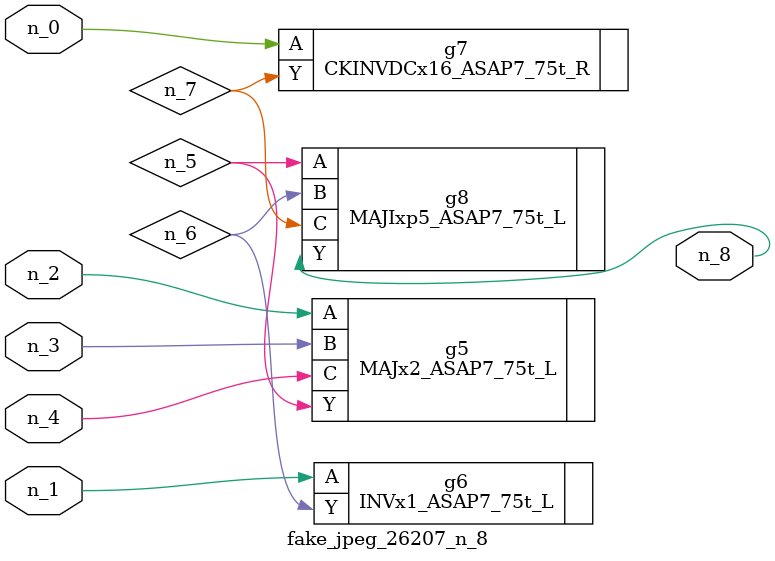
<source format=v>
module fake_jpeg_26207_n_8 (n_3, n_2, n_1, n_0, n_4, n_8);

input n_3;
input n_2;
input n_1;
input n_0;
input n_4;

output n_8;

wire n_6;
wire n_5;
wire n_7;

MAJx2_ASAP7_75t_L g5 ( 
.A(n_2),
.B(n_3),
.C(n_4),
.Y(n_5)
);

INVx1_ASAP7_75t_L g6 ( 
.A(n_1),
.Y(n_6)
);

CKINVDCx16_ASAP7_75t_R g7 ( 
.A(n_0),
.Y(n_7)
);

MAJIxp5_ASAP7_75t_L g8 ( 
.A(n_5),
.B(n_6),
.C(n_7),
.Y(n_8)
);


endmodule
</source>
